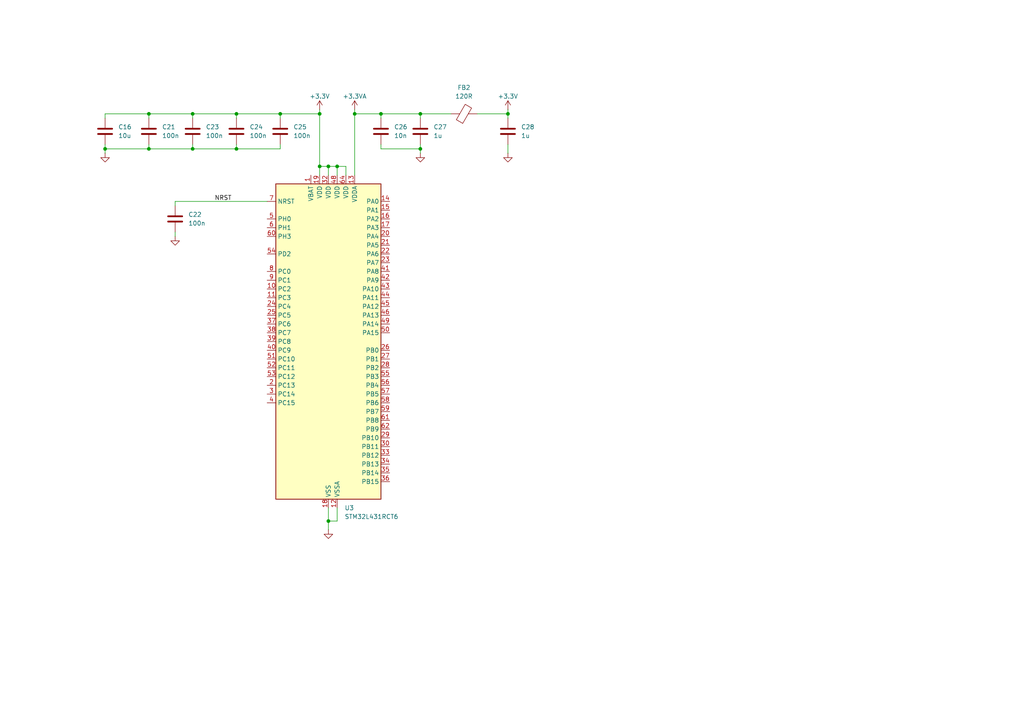
<source format=kicad_sch>
(kicad_sch (version 20250114) (generator "eeschema") (generator_version "9.0")
  (paper "A4")
  (lib_symbols
    (symbol "Device:C" (pin_numbers (hide yes)) (pin_names (offset 0.254))
      (property "Reference" "C" (at 0.635 2.54 0))
      (property "Value" "C" (at 0.635 -2.54 0))
      (symbol "C_0_1"
        (polyline (pts (xy -2.032 0.762) (xy 2.032 0.762)) (stroke (width 0.508)))
        (polyline (pts (xy -2.032 -0.762) (xy 2.032 -0.762)) (stroke (width 0.508)))
      )
      (symbol "C_1_1"
        (pin passive line (at 0 3.81 270) (length 2.794) (name "~") (number "1"))
        (pin passive line (at 0 -3.81 90) (length 2.794) (name "~") (number "2"))
      )
    )
    (symbol "Device:FerriteBead" (pin_numbers (hide yes)) (pin_names (offset 0))
      (property "Reference" "FB" (at -3.81 0.635 90))
      (property "Value" "FerriteBead" (at 3.81 0 90))
      (symbol "FerriteBead_0_1"
        (polyline (pts (xy -2.7686 0.4064) (xy -1.7018 2.2606) (xy 2.7686 -0.3048) (xy 1.6764 -2.159) (xy -2.7686 0.4064)))
        (polyline (pts (xy 0 1.27) (xy 0 1.2954)))
        (polyline (pts (xy 0 -1.27) (xy 0 -1.2192)))
      )
      (symbol "FerriteBead_1_1"
        (pin passive line (at 0 3.81 270) (length 2.54) (name "~") (number "1"))
        (pin passive line (at 0 -3.81 90) (length 2.54) (name "~") (number "2"))
      )
    )
    (symbol "MCU_ST_STM32L4:STM32L431RCTx"
      (property "Reference" "U" (at -15.24 46.99 0))
      (property "Value" "STM32L431RCTx" (at 10.16 46.99 0))
      (symbol "STM32L431RCTx_0_1"
        (rectangle (start -15.24 -45.72) (end 15.24 45.72) (stroke (width 0.254)) (fill (type background)))
      )
      (symbol "STM32L431RCTx_1_1"
        (pin input line (at -17.78 40.64 0) (length 2.54) (name "NRST") (number "7"))
        (pin bidirectional line (at -17.78 35.56 0) (length 2.54) (name "PH0") (number "5"))
        (pin bidirectional line (at -17.78 33.02 0) (length 2.54) (name "PH1") (number "6"))
        (pin bidirectional line (at -17.78 30.48 0) (length 2.54) (name "PH3") (number "60"))
        (pin bidirectional line (at -17.78 25.4 0) (length 2.54) (name "PD2") (number "54"))
        (pin bidirectional line (at -17.78 20.32 0) (length 2.54) (name "PC0") (number "8"))
        (pin bidirectional line (at -17.78 17.78 0) (length 2.54) (name "PC1") (number "9"))
        (pin bidirectional line (at -17.78 15.24 0) (length 2.54) (name "PC2") (number "10"))
        (pin bidirectional line (at -17.78 12.7 0) (length 2.54) (name "PC3") (number "11"))
        (pin bidirectional line (at -17.78 10.16 0) (length 2.54) (name "PC4") (number "24"))
        (pin bidirectional line (at -17.78 7.62 0) (length 2.54) (name "PC5") (number "25"))
        (pin bidirectional line (at -17.78 5.08 0) (length 2.54) (name "PC6") (number "37"))
        (pin bidirectional line (at -17.78 2.54 0) (length 2.54) (name "PC7") (number "38"))
        (pin bidirectional line (at -17.78 0 0) (length 2.54) (name "PC8") (number "39"))
        (pin bidirectional line (at -17.78 -2.54 0) (length 2.54) (name "PC9") (number "40"))
        (pin bidirectional line (at -17.78 -5.08 0) (length 2.54) (name "PC10") (number "51"))
        (pin bidirectional line (at -17.78 -7.62 0) (length 2.54) (name "PC11") (number "52"))
        (pin bidirectional line (at -17.78 -10.16 0) (length 2.54) (name "PC12") (number "53"))
        (pin bidirectional line (at -17.78 -12.7 0) (length 2.54) (name "PC13") (number "2"))
        (pin bidirectional line (at -17.78 -15.24 0) (length 2.54) (name "PC14") (number "3"))
        (pin bidirectional line (at -17.78 -17.78 0) (length 2.54) (name "PC15") (number "4"))
        (pin power_in line (at -5.08 48.26 270) (length 2.54) (name "VBAT") (number "1"))
        (pin power_in line (at -2.54 48.26 270) (length 2.54) (name "VDD") (number "19"))
        (pin power_in line (at 0 48.26 270) (length 2.54) (name "VDD") (number "32"))
        (pin power_in line (at 0 -48.26 90) (length 2.54) (name "VSS") (number "18"))
        (pin passive line (at 0 -48.26 90) (length 2.54) (hide yes) (name "VSS") (number "31"))
        (pin passive line (at 0 -48.26 90) (length 2.54) (hide yes) (name "VSS") (number "47"))
        (pin passive line (at 0 -48.26 90) (length 2.54) (hide yes) (name "VSS") (number "63"))
        (pin power_in line (at 2.54 48.26 270) (length 2.54) (name "VDD") (number "48"))
        (pin power_in line (at 2.54 -48.26 90) (length 2.54) (name "VSSA") (number "12"))
        (pin power_in line (at 5.08 48.26 270) (length 2.54) (name "VDD") (number "64"))
        (pin power_in line (at 7.62 48.26 270) (length 2.54) (name "VDDA") (number "13"))
        (pin bidirectional line (at 17.78 40.64 180) (length 2.54) (name "PA0") (number "14"))
        (pin bidirectional line (at 17.78 38.1 180) (length 2.54) (name "PA1") (number "15"))
        (pin bidirectional line (at 17.78 35.56 180) (length 2.54) (name "PA2") (number "16"))
        (pin bidirectional line (at 17.78 33.02 180) (length 2.54) (name "PA3") (number "17"))
        (pin bidirectional line (at 17.78 30.48 180) (length 2.54) (name "PA4") (number "20"))
        (pin bidirectional line (at 17.78 27.94 180) (length 2.54) (name "PA5") (number "21"))
        (pin bidirectional line (at 17.78 25.4 180) (length 2.54) (name "PA6") (number "22"))
        (pin bidirectional line (at 17.78 22.86 180) (length 2.54) (name "PA7") (number "23"))
        (pin bidirectional line (at 17.78 20.32 180) (length 2.54) (name "PA8") (number "41"))
        (pin bidirectional line (at 17.78 17.78 180) (length 2.54) (name "PA9") (number "42"))
        (pin bidirectional line (at 17.78 15.24 180) (length 2.54) (name "PA10") (number "43"))
        (pin bidirectional line (at 17.78 12.7 180) (length 2.54) (name "PA11") (number "44"))
        (pin bidirectional line (at 17.78 10.16 180) (length 2.54) (name "PA12") (number "45"))
        (pin bidirectional line (at 17.78 7.62 180) (length 2.54) (name "PA13") (number "46"))
        (pin bidirectional line (at 17.78 5.08 180) (length 2.54) (name "PA14") (number "49"))
        (pin bidirectional line (at 17.78 2.54 180) (length 2.54) (name "PA15") (number "50"))
        (pin bidirectional line (at 17.78 -2.54 180) (length 2.54) (name "PB0") (number "26"))
        (pin bidirectional line (at 17.78 -5.08 180) (length 2.54) (name "PB1") (number "27"))
        (pin bidirectional line (at 17.78 -7.62 180) (length 2.54) (name "PB2") (number "28"))
        (pin bidirectional line (at 17.78 -10.16 180) (length 2.54) (name "PB3") (number "55"))
        (pin bidirectional line (at 17.78 -12.7 180) (length 2.54) (name "PB4") (number "56"))
        (pin bidirectional line (at 17.78 -15.24 180) (length 2.54) (name "PB5") (number "57"))
        (pin bidirectional line (at 17.78 -17.78 180) (length 2.54) (name "PB6") (number "58"))
        (pin bidirectional line (at 17.78 -20.32 180) (length 2.54) (name "PB7") (number "59"))
        (pin bidirectional line (at 17.78 -22.86 180) (length 2.54) (name "PB8") (number "61"))
        (pin bidirectional line (at 17.78 -25.4 180) (length 2.54) (name "PB9") (number "62"))
        (pin bidirectional line (at 17.78 -27.94 180) (length 2.54) (name "PB10") (number "29"))
        (pin bidirectional line (at 17.78 -30.48 180) (length 2.54) (name "PB11") (number "30"))
        (pin bidirectional line (at 17.78 -33.02 180) (length 2.54) (name "PB12") (number "33"))
        (pin bidirectional line (at 17.78 -35.56 180) (length 2.54) (name "PB13") (number "34"))
        (pin bidirectional line (at 17.78 -38.1 180) (length 2.54) (name "PB14") (number "35"))
        (pin bidirectional line (at 17.78 -40.64 180) (length 2.54) (name "PB15") (number "36"))
      )
    )
    (symbol "power:+3.3V" (power) (pin_numbers (hide yes)) (pin_names (offset 0) (hide yes))
      (property "Value" "+3.3V" (at 0 3.556 0))
      (symbol "+3.3V_0_1"
        (polyline (pts (xy -0.762 1.27) (xy 0 2.54)))
        (polyline (pts (xy 0 2.54) (xy 0.762 1.27)))
        (polyline (pts (xy 0 0) (xy 0 2.54)))
      )
      (symbol "+3.3V_1_1"
        (pin power_in line (at 0 0 90) (length 0) (name "~") (number "1"))
      )
    )
    (symbol "power:+3.3VA" (power) (pin_numbers (hide yes)) (pin_names (offset 0) (hide yes))
      (property "Value" "+3.3VA" (at 0 3.556 0))
      (symbol "+3.3VA_0_1"
        (polyline (pts (xy -0.762 1.27) (xy 0 2.54)))
        (polyline (pts (xy 0 2.54) (xy 0.762 1.27)))
        (polyline (pts (xy 0 0) (xy 0 2.54)))
      )
      (symbol "+3.3VA_1_1"
        (pin power_in line (at 0 0 90) (length 0) (name "~") (number "1"))
      )
    )
    (symbol "power:GND" (power) (pin_numbers (hide yes)) (pin_names (offset 0) (hide yes))
      (property "Value" "GND" (at 0 -3.81 0))
      (symbol "GND_0_1"
        (polyline (pts (xy 0 0) (xy 0 -1.27) (xy 1.27 -1.27) (xy 0 -2.54) (xy -1.27 -1.27) (xy 0 -1.27)))
      )
      (symbol "GND_1_1"
        (pin power_in line (at 0 0 270) (length 0) (name "~") (number "1"))
      )
    )
  )
  (junction (at 55.88 33.02))
  (junction (at 110.49 33.02))
  (junction (at 55.88 43.18))
  (junction (at 97.79 48.26))
  (junction (at 43.18 43.18))
  (junction (at 68.58 33.02))
  (junction (at 68.58 43.18))
  (junction (at 102.87 33.02))
  (junction (at 95.25 151.13))
  (junction (at 30.48 43.18))
  (junction (at 95.25 48.26))
  (junction (at 43.18 33.02))
  (junction (at 121.92 43.18))
  (junction (at 81.28 33.02))
  (junction (at 92.71 33.02))
  (junction (at 92.71 48.26))
  (junction (at 147.32 33.02))
  (junction (at 121.92 33.02))
  (wire (pts (xy 30.48 34.29) (xy 30.48 33.02)))
  (wire (pts (xy 147.32 31.75) (xy 147.32 33.02)))
  (wire (pts (xy 81.28 41.91) (xy 81.28 43.18)))
  (wire (pts (xy 81.28 33.02) (xy 81.28 34.29)))
  (wire (pts (xy 97.79 48.26) (xy 97.79 50.8)))
  (wire (pts (xy 138.43 33.02) (xy 147.32 33.02)))
  (wire (pts (xy 43.18 41.91) (xy 43.18 43.18)))
  (wire (pts (xy 55.88 43.18) (xy 68.58 43.18)))
  (wire (pts (xy 43.18 33.02) (xy 55.88 33.02)))
  (wire (pts (xy 95.25 153.67) (xy 95.25 151.13)))
  (wire (pts (xy 30.48 41.91) (xy 30.48 43.18)))
  (wire (pts (xy 110.49 43.18) (xy 121.92 43.18)))
  (wire (pts (xy 92.71 48.26) (xy 95.25 48.26)))
  (wire (pts (xy 97.79 151.13) (xy 97.79 147.32)))
  (wire (pts (xy 95.25 151.13) (xy 97.79 151.13)))
  (wire (pts (xy 43.18 33.02) (xy 43.18 34.29)))
  (wire (pts (xy 92.71 48.26) (xy 92.71 50.8)))
  (wire (pts (xy 50.8 58.42) (xy 77.47 58.42)))
  (wire (pts (xy 100.33 48.26) (xy 100.33 50.8)))
  (wire (pts (xy 81.28 33.02) (xy 92.71 33.02)))
  (wire (pts (xy 95.25 48.26) (xy 95.25 50.8)))
  (wire (pts (xy 110.49 41.91) (xy 110.49 43.18)))
  (wire (pts (xy 55.88 33.02) (xy 68.58 33.02)))
  (wire (pts (xy 55.88 33.02) (xy 55.88 34.29)))
  (wire (pts (xy 121.92 43.18) (xy 121.92 44.45)))
  (wire (pts (xy 30.48 44.45) (xy 30.48 43.18)))
  (wire (pts (xy 121.92 33.02) (xy 121.92 34.29)))
  (wire (pts (xy 68.58 33.02) (xy 81.28 33.02)))
  (wire (pts (xy 68.58 41.91) (xy 68.58 43.18)))
  (wire (pts (xy 55.88 41.91) (xy 55.88 43.18)))
  (wire (pts (xy 50.8 67.31) (xy 50.8 68.58)))
  (wire (pts (xy 92.71 31.75) (xy 92.71 33.02)))
  (wire (pts (xy 121.92 33.02) (xy 130.81 33.02)))
  (wire (pts (xy 110.49 33.02) (xy 121.92 33.02)))
  (wire (pts (xy 43.18 43.18) (xy 55.88 43.18)))
  (wire (pts (xy 110.49 33.02) (xy 110.49 34.29)))
  (wire (pts (xy 147.32 41.91) (xy 147.32 44.45)))
  (wire (pts (xy 30.48 33.02) (xy 43.18 33.02)))
  (wire (pts (xy 95.25 48.26) (xy 97.79 48.26)))
  (wire (pts (xy 102.87 31.75) (xy 102.87 33.02)))
  (wire (pts (xy 102.87 33.02) (xy 110.49 33.02)))
  (wire (pts (xy 50.8 59.69) (xy 50.8 58.42)))
  (wire (pts (xy 121.92 41.91) (xy 121.92 43.18)))
  (wire (pts (xy 68.58 43.18) (xy 81.28 43.18)))
  (wire (pts (xy 30.48 43.18) (xy 43.18 43.18)))
  (wire (pts (xy 97.79 48.26) (xy 100.33 48.26)))
  (wire (pts (xy 68.58 33.02) (xy 68.58 34.29)))
  (wire (pts (xy 102.87 33.02) (xy 102.87 50.8)))
  (wire (pts (xy 92.71 33.02) (xy 92.71 48.26)))
  (wire (pts (xy 147.32 33.02) (xy 147.32 34.29)))
  (wire (pts (xy 95.25 151.13) (xy 95.25 147.32)))
  (label "NRST" (at 62.23 58.42 0))
  (symbol (lib_id "MCU_ST_STM32L4:STM32L431RCTx") (at 95.25 99.06 0) (unit 1)
    (property "Reference" "U3" (at 99.9333 147.32 0) (effects (justify left)))
    (property "Value" "STM32L431RCT6" (at 99.9333 149.86 0) (effects (justify left)))
    (property "Footprint" "Package_QFP:LQFP-64_10x10mm_P0.5mm" (effects (hide yes)))
    (property "Datasheet" "https://www.st.com/resource/en/datasheet/stm32l431rc.pdf" (effects (hide yes)))
    (property "Description" "STMicroelectronics Arm Cortex-M4 MCU, 256KB flash, 64KB RAM, 80 MHz, 1.71-3.6V, 52 GPIO, LQFP64" (effects (hide yes)))
  )
  (symbol (lib_id "Device:C") (at 50.8 63.5 0) (unit 1)
    (property "Reference" "C22" (at 54.61 62.2299 0) (effects (justify left)))
    (property "Value" "100n" (at 54.61 64.7699 0) (effects (justify left)))
    (property "Description" "Unpolarized capacitor" (effects (hide yes)))
  )
  (symbol (lib_id "Device:C") (at 55.88 38.1 0) (unit 1)
    (property "Reference" "C23" (at 59.69 36.8299 0) (effects (justify left)))
    (property "Value" "100n" (at 59.69 39.3699 0) (effects (justify left)))
    (property "Description" "Unpolarized capacitor" (effects (hide yes)))
  )
  (symbol (lib_id "power:GND") (at 30.48 44.45 0) (unit 1)
    (property "Reference" "#PWR013" (effects (hide yes)))
    (property "Value" "GND" (effects (hide yes)))
    (property "Description" "Power symbol creates a global label with name \"GND\" , ground" (effects (hide yes)))
  )
  (symbol (lib_id "Device:C") (at 43.18 38.1 0) (unit 1)
    (property "Reference" "C21" (at 46.99 36.8299 0) (effects (justify left)))
    (property "Value" "100n" (at 46.99 39.3699 0) (effects (justify left)))
    (property "Description" "Unpolarized capacitor" (effects (hide yes)))
  )
  (symbol (lib_id "power:+3.3V") (at 147.32 31.75 0) (unit 1)
    (property "Reference" "#PWR022" (effects (hide yes)))
    (property "Value" "+3.3V" (at 147.32 27.94 0))
    (property "Description" "Power symbol creates a global label with name \"+3.3V\"" (effects (hide yes)))
  )
  (symbol (lib_id "power:GND") (at 95.25 153.67 0) (unit 1)
    (property "Reference" "#PWR019" (effects (hide yes)))
    (property "Value" "GND" (effects (hide yes)))
    (property "Description" "Power symbol creates a global label with name \"GND\" , ground" (effects (hide yes)))
  )
  (symbol (lib_id "Device:C") (at 121.92 38.1 0) (unit 1)
    (property "Reference" "C27" (at 125.73 36.8299 0) (effects (justify left)))
    (property "Value" "1u" (at 125.73 39.3699 0) (effects (justify left)))
    (property "Description" "Unpolarized capacitor" (effects (hide yes)))
  )
  (symbol (lib_id "power:GND") (at 147.32 44.45 0) (unit 1)
    (property "Reference" "#PWR023" (effects (hide yes)))
    (property "Value" "GND" (effects (hide yes)))
    (property "Description" "Power symbol creates a global label with name \"GND\" , ground" (effects (hide yes)))
  )
  (symbol (lib_id "Device:C") (at 30.48 38.1 0) (unit 1)
    (property "Reference" "C16" (at 34.29 36.8299 0) (effects (justify left)))
    (property "Value" "10u" (at 34.29 39.3699 0) (effects (justify left)))
    (property "Description" "Unpolarized capacitor" (effects (hide yes)))
  )
  (symbol (lib_id "Device:C") (at 110.49 38.1 0) (unit 1)
    (property "Reference" "C26" (at 114.3 36.8299 0) (effects (justify left)))
    (property "Value" "10n" (at 114.3 39.3699 0) (effects (justify left)))
    (property "Description" "Unpolarized capacitor" (effects (hide yes)))
  )
  (symbol (lib_id "power:+3.3V") (at 92.71 31.75 0) (unit 1)
    (property "Reference" "#PWR018" (effects (hide yes)))
    (property "Value" "+3.3V" (at 92.71 27.94 0))
    (property "Description" "Power symbol creates a global label with name \"+3.3V\"" (effects (hide yes)))
  )
  (symbol (lib_id "power:GND") (at 50.8 68.58 0) (unit 1)
    (property "Reference" "#PWR017" (effects (hide yes)))
    (property "Value" "GND" (effects (hide yes)))
    (property "Description" "Power symbol creates a global label with name \"GND\" , ground" (effects (hide yes)))
  )
  (symbol (lib_id "Device:C") (at 68.58 38.1 0) (unit 1)
    (property "Reference" "C24" (at 72.39 36.8299 0) (effects (justify left)))
    (property "Value" "100n" (at 72.39 39.3699 0) (effects (justify left)))
    (property "Description" "Unpolarized capacitor" (effects (hide yes)))
  )
  (symbol (lib_id "Device:C") (at 81.28 38.1 0) (unit 1)
    (property "Reference" "C25" (at 85.09 36.8299 0) (effects (justify left)))
    (property "Value" "100n" (at 85.09 39.3699 0) (effects (justify left)))
    (property "Description" "Unpolarized capacitor" (effects (hide yes)))
  )
  (symbol (lib_id "power:+3.3VA") (at 102.87 31.75 0) (unit 1)
    (property "Reference" "#PWR020" (effects (hide yes)))
    (property "Value" "+3.3VA" (at 102.87 27.94 0))
    (property "Description" "Power symbol creates a global label with name \"+3.3VA\"" (effects (hide yes)))
  )
  (symbol (lib_id "power:GND") (at 121.92 44.45 0) (unit 1)
    (property "Reference" "#PWR021" (effects (hide yes)))
    (property "Value" "GND" (effects (hide yes)))
    (property "Description" "Power symbol creates a global label with name \"GND\" , ground" (effects (hide yes)))
  )
  (symbol (lib_id "Device:C") (at 147.32 38.1 0) (unit 1)
    (property "Reference" "C28" (at 151.13 36.8299 0) (effects (justify left)))
    (property "Value" "1u" (at 151.13 39.3699 0) (effects (justify left)))
    (property "Description" "Unpolarized capacitor" (effects (hide yes)))
  )
  (symbol (lib_id "Device:FerriteBead") (at 134.62 33.02 90) (unit 1)
    (property "Reference" "FB2" (at 134.5692 25.4 90))
    (property "Value" "120R" (at 134.5692 27.94 90))
    (property "Description" "Ferrite bead" (effects (hide yes)))
  )
)
</source>
